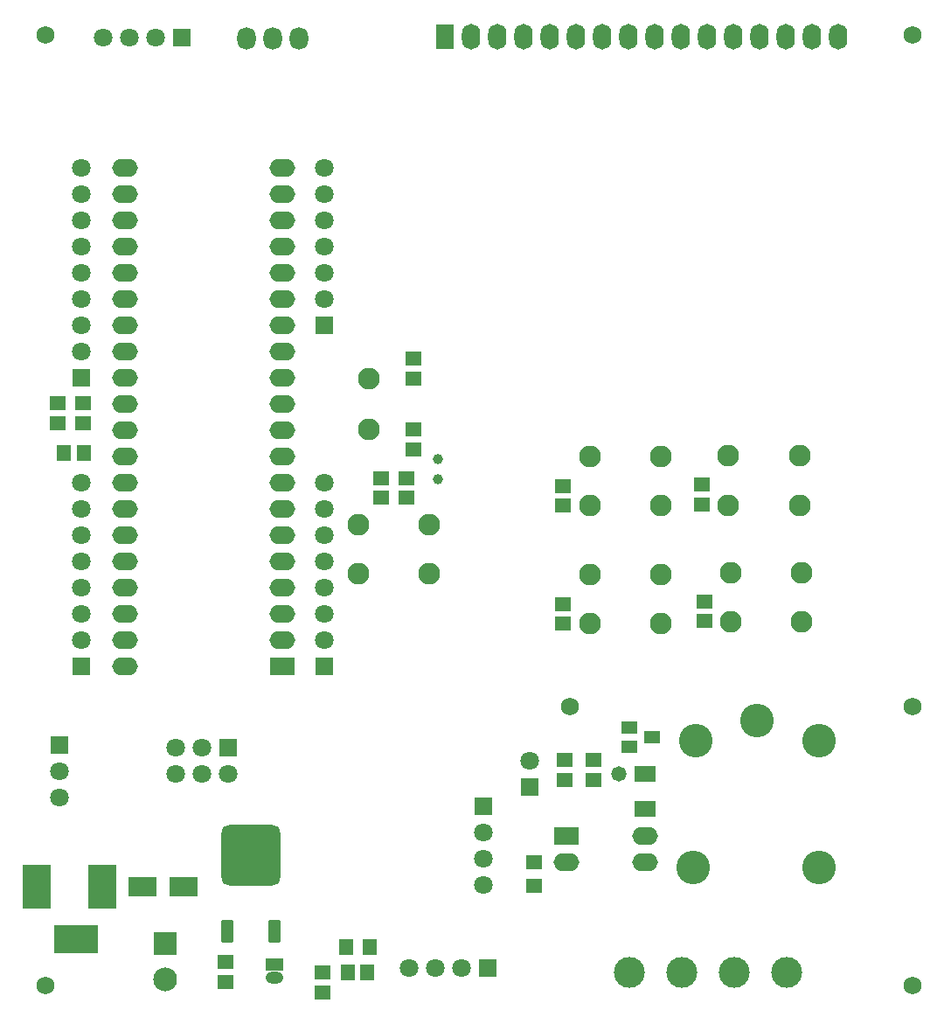
<source format=gts>
G04*
G04 #@! TF.GenerationSoftware,Altium Limited,Altium Designer,22.10.1 (41)*
G04*
G04 Layer_Color=8388736*
%FSLAX25Y25*%
%MOIN*%
G70*
G04*
G04 #@! TF.SameCoordinates,D7D8B2A2-ADA4-419F-A72F-73B0DD1D3010*
G04*
G04*
G04 #@! TF.FilePolarity,Negative*
G04*
G01*
G75*
%ADD30R,0.06312X0.05524*%
%ADD31R,0.06300X0.05800*%
%ADD32R,0.07887X0.06115*%
%ADD33R,0.06112X0.04537*%
%ADD34R,0.10642X0.07493*%
%ADD35R,0.05524X0.06312*%
%ADD36R,0.05800X0.06300*%
G04:AMPARAMS|DCode=37|XSize=47.37mil|YSize=86.74mil|CornerRadius=8.92mil|HoleSize=0mil|Usage=FLASHONLY|Rotation=0.000|XOffset=0mil|YOffset=0mil|HoleType=Round|Shape=RoundedRectangle|*
%AMROUNDEDRECTD37*
21,1,0.04737,0.06890,0,0,0.0*
21,1,0.02953,0.08674,0,0,0.0*
1,1,0.01784,0.01476,-0.03445*
1,1,0.01784,-0.01476,-0.03445*
1,1,0.01784,-0.01476,0.03445*
1,1,0.01784,0.01476,0.03445*
%
%ADD37ROUNDEDRECTD37*%
G04:AMPARAMS|DCode=38|XSize=224.53mil|YSize=232.41mil|CornerRadius=31.07mil|HoleSize=0mil|Usage=FLASHONLY|Rotation=0.000|XOffset=0mil|YOffset=0mil|HoleType=Round|Shape=RoundedRectangle|*
%AMROUNDEDRECTD38*
21,1,0.22453,0.17028,0,0,0.0*
21,1,0.16240,0.23241,0,0,0.0*
1,1,0.06213,0.08120,-0.08514*
1,1,0.06213,-0.08120,-0.08514*
1,1,0.06213,-0.08120,0.08514*
1,1,0.06213,0.08120,0.08514*
%
%ADD38ROUNDEDRECTD38*%
%ADD39R,0.16800X0.10800*%
%ADD40R,0.10800X0.16800*%
%ADD41C,0.06800*%
%ADD42C,0.07099*%
%ADD43R,0.07099X0.07099*%
%ADD44R,0.07099X0.07099*%
%ADD45R,0.09068X0.09068*%
%ADD46C,0.09068*%
%ADD47O,0.07000X0.09800*%
%ADD48R,0.07000X0.09800*%
%ADD49C,0.08300*%
%ADD50R,0.09800X0.06800*%
%ADD51O,0.09800X0.06800*%
%ADD52C,0.11800*%
%ADD53C,0.12800*%
%ADD54O,0.07099X0.08674*%
%ADD55R,0.06706X0.04737*%
%ADD56O,0.06706X0.04737*%
%ADD57C,0.05800*%
%ADD58C,0.03950*%
D30*
X117487Y16723D02*
D03*
Y9243D02*
D03*
X208997Y157282D02*
D03*
Y149802D02*
D03*
Y202282D02*
D03*
Y194802D02*
D03*
X261997Y202782D02*
D03*
Y195302D02*
D03*
X262997Y150802D02*
D03*
Y158282D02*
D03*
X209599Y97723D02*
D03*
Y90242D02*
D03*
X220599D02*
D03*
Y97723D02*
D03*
X139739Y197777D02*
D03*
Y205258D02*
D03*
X149487Y205223D02*
D03*
Y197742D02*
D03*
X80487Y13242D02*
D03*
Y20723D02*
D03*
X25987Y226242D02*
D03*
Y233723D02*
D03*
X16513Y233757D02*
D03*
Y226277D02*
D03*
X152013Y243277D02*
D03*
Y250758D02*
D03*
X151987Y223723D02*
D03*
Y216243D02*
D03*
D31*
X197913Y58925D02*
D03*
Y49925D02*
D03*
D32*
X240339Y92500D02*
D03*
Y79311D02*
D03*
D33*
X234508Y110240D02*
D03*
Y102759D02*
D03*
X243169Y106499D02*
D03*
D34*
X48626Y49500D02*
D03*
X64374D02*
D03*
D35*
X18743Y215013D02*
D03*
X26223D02*
D03*
X126951Y16775D02*
D03*
X134432D02*
D03*
D36*
X126378Y26378D02*
D03*
X135378D02*
D03*
D37*
X81004Y32433D02*
D03*
X98996Y32433D02*
D03*
D38*
X90000Y61567D02*
D03*
D39*
X23366Y29370D02*
D03*
D40*
X8366Y49370D02*
D03*
X33366D02*
D03*
D41*
X342520Y118110D02*
D03*
X211811D02*
D03*
X342520Y11811D02*
D03*
X11811Y374016D02*
D03*
X342520D02*
D03*
X11811Y11811D02*
D03*
D42*
X43701Y373228D02*
D03*
X53701D02*
D03*
X33701D02*
D03*
X178740Y50236D02*
D03*
Y60236D02*
D03*
Y70236D02*
D03*
X118000Y143500D02*
D03*
Y153500D02*
D03*
Y163500D02*
D03*
Y173500D02*
D03*
Y183500D02*
D03*
Y193500D02*
D03*
Y203500D02*
D03*
X160315Y18504D02*
D03*
X170315D02*
D03*
X150315D02*
D03*
X196339Y97500D02*
D03*
X81500Y92500D02*
D03*
X71500D02*
D03*
X61500D02*
D03*
X71500Y102500D02*
D03*
X61500D02*
D03*
X25500Y203500D02*
D03*
Y193500D02*
D03*
Y183500D02*
D03*
Y173500D02*
D03*
Y163500D02*
D03*
Y153500D02*
D03*
Y143500D02*
D03*
Y253500D02*
D03*
Y323500D02*
D03*
Y313500D02*
D03*
Y303500D02*
D03*
Y293500D02*
D03*
Y283500D02*
D03*
Y273500D02*
D03*
Y263500D02*
D03*
X118000Y283500D02*
D03*
Y273500D02*
D03*
Y293500D02*
D03*
Y303500D02*
D03*
Y313500D02*
D03*
Y323500D02*
D03*
X17000Y83500D02*
D03*
Y93500D02*
D03*
D43*
X63701Y373228D02*
D03*
X180315Y18504D02*
D03*
X81500Y102500D02*
D03*
D44*
X178740Y80236D02*
D03*
X118000Y133500D02*
D03*
X196339Y87500D02*
D03*
X25500Y133500D02*
D03*
Y243500D02*
D03*
X118000Y263500D02*
D03*
X17000Y103500D02*
D03*
D45*
X57500Y28000D02*
D03*
D46*
Y14220D02*
D03*
D47*
X314000Y373500D02*
D03*
X304000D02*
D03*
X294000D02*
D03*
X284000D02*
D03*
X274000D02*
D03*
X264000D02*
D03*
X254000D02*
D03*
X244000D02*
D03*
X234000D02*
D03*
X224000D02*
D03*
X214000D02*
D03*
X204000D02*
D03*
X194000D02*
D03*
X184000D02*
D03*
X174000D02*
D03*
D48*
X164000D02*
D03*
D49*
X272136Y194959D02*
D03*
X299236Y213759D02*
D03*
Y194959D02*
D03*
X272136Y213759D02*
D03*
X219436Y194759D02*
D03*
X246536Y213559D02*
D03*
Y194759D02*
D03*
X219436Y213559D02*
D03*
Y168559D02*
D03*
X246536Y149759D02*
D03*
Y168559D02*
D03*
X219436Y149759D02*
D03*
X272936Y169259D02*
D03*
X300036Y150459D02*
D03*
Y169259D02*
D03*
X272936Y150459D02*
D03*
X158100Y168700D02*
D03*
X131000Y187500D02*
D03*
Y168700D02*
D03*
X158100Y187500D02*
D03*
X135000Y223854D02*
D03*
Y243146D02*
D03*
D50*
X210339Y69000D02*
D03*
X102000Y133500D02*
D03*
D51*
X210339Y59000D02*
D03*
X240339D02*
D03*
Y69000D02*
D03*
X102000Y143500D02*
D03*
Y153500D02*
D03*
Y163500D02*
D03*
Y173500D02*
D03*
Y183500D02*
D03*
Y193500D02*
D03*
Y203500D02*
D03*
Y213500D02*
D03*
Y223500D02*
D03*
Y233500D02*
D03*
Y243500D02*
D03*
Y253500D02*
D03*
Y263500D02*
D03*
Y273500D02*
D03*
Y283500D02*
D03*
Y293500D02*
D03*
Y303500D02*
D03*
Y313500D02*
D03*
Y323500D02*
D03*
X42000Y133500D02*
D03*
Y143500D02*
D03*
Y153500D02*
D03*
Y163500D02*
D03*
Y173500D02*
D03*
Y183500D02*
D03*
Y193500D02*
D03*
Y203500D02*
D03*
Y213500D02*
D03*
Y223500D02*
D03*
Y233500D02*
D03*
Y243500D02*
D03*
Y253500D02*
D03*
Y263500D02*
D03*
Y273500D02*
D03*
Y283500D02*
D03*
Y293500D02*
D03*
Y303500D02*
D03*
Y313500D02*
D03*
Y323500D02*
D03*
D52*
X274339Y17000D02*
D03*
X294339D02*
D03*
X254339D02*
D03*
X234339D02*
D03*
D53*
X283217Y112906D02*
D03*
X306839Y57000D02*
D03*
X258839D02*
D03*
X306839Y105032D02*
D03*
X259594D02*
D03*
D54*
X88500Y373000D02*
D03*
X98500D02*
D03*
X108500D02*
D03*
D55*
X99213Y19685D02*
D03*
D56*
Y14685D02*
D03*
D57*
X230339Y92500D02*
D03*
D58*
X161417Y204724D02*
D03*
Y212598D02*
D03*
M02*

</source>
